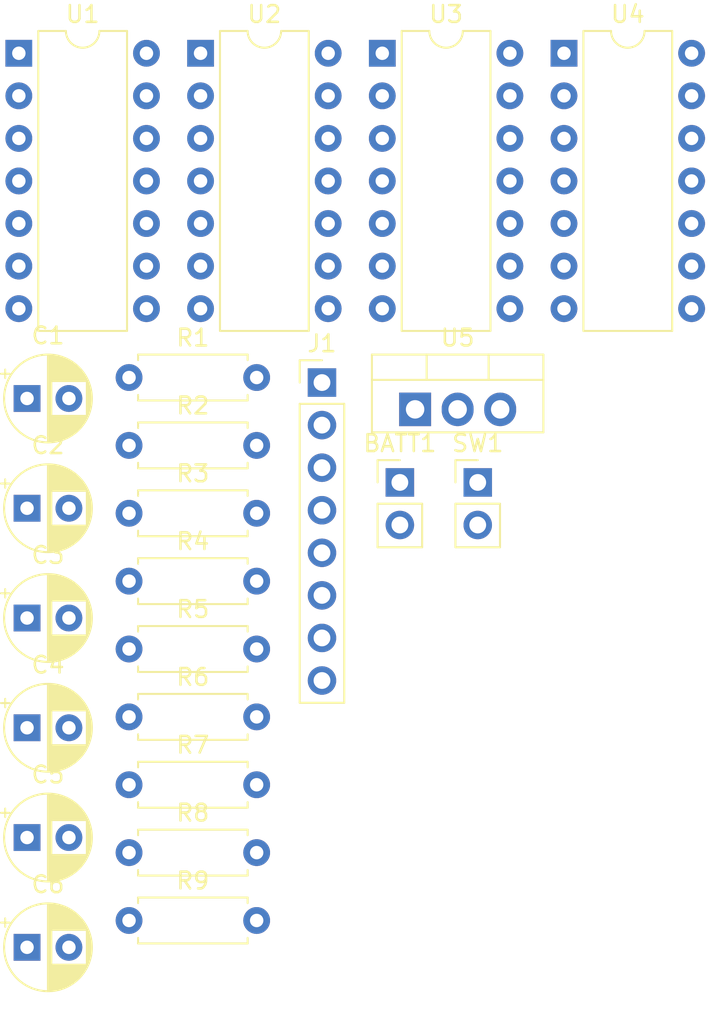
<source format=kicad_pcb>
(kicad_pcb (version 20221018) (generator pcbnew)
  (layers (0 "F.Cu" signal) (31 "B.Cu" signal) (34 "B.Paste" user) (35 "F.Paste" user) (36 "B.SilkS" user "B.Silkscreen") (37 "F.SilkS" user "F.Silkscreen") (38 "B.Mask" user) (39 "F.Mask" user) (44 "Edge.Cuts" user))
  (net 0 "")
  (net 1 "Net-(C1-Pad2)")
  (net 2 "Net-(C2-Pad1)")
  (net 3 "Net-(C2-Pad2)")
  (net 4 "VCC")
  (net 5 "GND")
  (net 6 "a")
  (net 7 "b")
  (net 8 "c")
  (net 9 "g")
  (net 10 "Unstable_Clock")
  (net 14 "Q0")
  (net 15 "Q1")
  (net 16 "Q2")
  (net 18 "Net-(U3-Pad6)")
  (net 21 "Net-(U4-Pad3)")
  (net 23 "LED1")
  (net 24 "LED2")
  (net 25 "LED3")
  (net 26 "LED4")
  (net 27 "LED5")
  (net 28 "LED6")
  (net 29 "LED7")
  (net 30 "Net-(SW1-Pin_1)")
  (net 31 "Net-(BATT1-Pin_1)")
  (footprint "Capacitor_THT:CP_Radial_D5.0mm_P2.50mm" (layer "F.Cu") (at 29.469775 76.784)
    (fp_text reference "C6" (at 1.25 -3.75) (layer "F.SilkS"))
    (fp_text value "1uF")
    (pad "1" thru_hole rect (at 0 0) (size 1.6 1.6) (drill 0.8) (layers "*.Cu" "*.Mask") (net 4 "VCC"))
    (pad "2" thru_hole circle (at 2.5 0) (size 1.6 1.6) (drill 0.8) (layers "*.Cu" "*.Mask") (net 5 "GND"))
  )
  (footprint "Capacitor_THT:CP_Radial_D5.0mm_P2.50mm" (layer "F.Cu") (at 29.469775 57.134)
    (fp_text reference "C3" (at 1.25 -3.75) (layer "F.SilkS"))
    (fp_text value "1uF")
    (pad "1" thru_hole rect (at 0 0) (size 1.6 1.6) (drill 0.8) (layers "*.Cu" "*.Mask") (net 4 "VCC"))
    (pad "2" thru_hole circle (at 2.5 0) (size 1.6 1.6) (drill 0.8) (layers "*.Cu" "*.Mask") (net 5 "GND"))
  )
  (footprint "Package_DIP:DIP-14_W7.62mm" (layer "F.Cu") (at 50.68 23.434)
    (fp_text reference "U3" (at 3.81 -2.33) (layer "F.SilkS"))
    (fp_text value "74LS08")
    (pad "1" thru_hole rect (at 0 0) (size 1.6 1.6) (drill 0.8) (layers "*.Cu" "*.Mask") (net 14 "Q0"))
    (pad "2" thru_hole oval (at 0 2.54) (size 1.6 1.6) (drill 0.8) (layers "*.Cu" "*.Mask") (net 16 "Q2"))
    (pad "3" thru_hole oval (at 0 5.08) (size 1.6 1.6) (drill 0.8) (layers "*.Cu" "*.Mask") (net 7 "b"))
    (pad "4" thru_hole oval (at 0 7.62) (size 1.6 1.6) (drill 0.8) (layers "*.Cu" "*.Mask") (net 14 "Q0"))
    (pad "5" thru_hole oval (at 0 10.16) (size 1.6 1.6) (drill 0.8) (layers "*.Cu" "*.Mask") (net 15 "Q1"))
    (pad "6" thru_hole oval (at 0 12.7) (size 1.6 1.6) (drill 0.8) (layers "*.Cu" "*.Mask") (net 18 "Net-(U3-Pad6)"))
    (pad "7" thru_hole oval (at 0 15.24) (size 1.6 1.6) (drill 0.8) (layers "*.Cu" "*.Mask") (net 5 "GND"))
    (pad "8" thru_hole oval (at 7.62 15.24) (size 1.6 1.6) (drill 0.8) (layers "*.Cu" "*.Mask"))
    (pad "9" thru_hole oval (at 7.62 12.7) (size 1.6 1.6) (drill 0.8) (layers "*.Cu" "*.Mask") (net 5 "GND"))
    (pad "10" thru_hole oval (at 7.62 10.16) (size 1.6 1.6) (drill 0.8) (layers "*.Cu" "*.Mask") (net 5 "GND"))
    (pad "11" thru_hole oval (at 7.62 7.62) (size 1.6 1.6) (drill 0.8) (layers "*.Cu" "*.Mask"))
    (pad "12" thru_hole oval (at 7.62 5.08) (size 1.6 1.6) (drill 0.8) (layers "*.Cu" "*.Mask") (net 5 "GND"))
    (pad "13" thru_hole oval (at 7.62 2.54) (size 1.6 1.6) (drill 0.8) (layers "*.Cu" "*.Mask") (net 5 "GND"))
    (pad "14" thru_hole oval (at 7.62 0) (size 1.6 1.6) (drill 0.8) (layers "*.Cu" "*.Mask") (net 4 "VCC"))
  )
  (footprint "Connector_PinHeader_2.54mm:PinHeader_1x02_P2.54mm_Vertical" (layer "F.Cu") (at 51.73 49.044)
    (fp_text reference "BATT1" (at 0 -2.33) (layer "F.SilkS"))
    (fp_text value "Conn_01x02")
    (pad "1" thru_hole rect (at 0 0) (size 1.7 1.7) (drill 1) (layers "*.Cu" "*.Mask") (net 31 "Net-(BATT1-Pin_1)"))
    (pad "2" thru_hole oval (at 0 2.54) (size 1.7 1.7) (drill 1) (layers "*.Cu" "*.Mask") (net 5 "GND"))
  )
  (footprint "Resistor_THT:R_Axial_DIN0207_L6.3mm_D2.5mm_P7.62mm_Horizontal" (layer "F.Cu") (at 35.56 67.084)
    (fp_text reference "R7" (at 3.81 -2.37) (layer "F.SilkS"))
    (fp_text value "560")
    (pad "1" thru_hole circle (at 0 0) (size 1.6 1.6) (drill 0.8) (layers "*.Cu" "*.Mask") (net 7 "b"))
    (pad "2" thru_hole oval (at 7.62 0) (size 1.6 1.6) (drill 0.8) (layers "*.Cu" "*.Mask") (net 27 "LED5"))
  )
  (footprint "Resistor_THT:R_Axial_DIN0207_L6.3mm_D2.5mm_P7.62mm_Horizontal" (layer "F.Cu") (at 35.56 54.934)
    (fp_text reference "R4" (at 3.81 -2.37) (layer "F.SilkS"))
    (fp_text value "560")
    (pad "1" thru_hole circle (at 0 0) (size 1.6 1.6) (drill 0.8) (layers "*.Cu" "*.Mask") (net 7 "b"))
    (pad "2" thru_hole oval (at 7.62 0) (size 1.6 1.6) (drill 0.8) (layers "*.Cu" "*.Mask") (net 24 "LED2"))
  )
  (footprint "Capacitor_THT:CP_Radial_D5.0mm_P2.50mm" (layer "F.Cu") (at 29.469775 44.034)
    (fp_text reference "C1" (at 1.25 -3.75) (layer "F.SilkS"))
    (fp_text value "1uF")
    (pad "1" thru_hole rect (at 0 0) (size 1.6 1.6) (drill 0.8) (layers "*.Cu" "*.Mask") (net 30 "Net-(SW1-Pin_1)"))
    (pad "2" thru_hole circle (at 2.5 0) (size 1.6 1.6) (drill 0.8) (layers "*.Cu" "*.Mask") (net 1 "Net-(C1-Pad2)"))
  )
  (footprint "Connector_PinHeader_2.54mm:PinHeader_1x02_P2.54mm_Vertical" (layer "F.Cu") (at 56.38 49.044)
    (fp_text reference "SW1" (at 0 -2.33) (layer "F.SilkS"))
    (fp_text value "Conn_01x02")
    (pad "1" thru_hole rect (at 0 0) (size 1.7 1.7) (drill 1) (layers "*.Cu" "*.Mask") (net 30 "Net-(SW1-Pin_1)"))
    (pad "2" thru_hole oval (at 0 2.54) (size 1.7 1.7) (drill 1) (layers "*.Cu" "*.Mask") (net 10 "Unstable_Clock"))
  )
  (footprint "Package_TO_SOT_THT:TO-220-3_Vertical" (layer "F.Cu") (at 52.64 44.684)
    (fp_text reference "U5" (at 2.54 -4.27) (layer "F.SilkS"))
    (fp_text value "LM7805_TO220")
    (pad "1" thru_hole rect (at 0 0) (size 1.905 2) (drill 1.1) (layers "*.Cu" "*.Mask") (net 31 "Net-(BATT1-Pin_1)"))
    (pad "2" thru_hole oval (at 2.54 0) (size 1.905 2) (drill 1.1) (layers "*.Cu" "*.Mask") (net 5 "GND"))
    (pad "3" thru_hole oval (at 5.08 0) (size 1.905 2) (drill 1.1) (layers "*.Cu" "*.Mask") (net 4 "VCC"))
  )
  (footprint "Resistor_THT:R_Axial_DIN0207_L6.3mm_D2.5mm_P7.62mm_Horizontal" (layer "F.Cu") (at 35.56 71.134)
    (fp_text reference "R8" (at 3.81 -2.37) (layer "F.SilkS"))
    (fp_text value "560")
    (pad "1" thru_hole circle (at 0 0) (size 1.6 1.6) (drill 0.8) (layers "*.Cu" "*.Mask") (net 6 "a"))
    (pad "2" thru_hole oval (at 7.62 0) (size 1.6 1.6) (drill 0.8) (layers "*.Cu" "*.Mask") (net 28 "LED6"))
  )
  (footprint "Package_DIP:DIP-14_W7.62mm" (layer "F.Cu") (at 61.53 23.434)
    (fp_text reference "U4" (at 3.81 -2.33) (layer "F.SilkS"))
    (fp_text value "74LS32")
    (pad "1" thru_hole rect (at 0 0) (size 1.6 1.6) (drill 0.8) (layers "*.Cu" "*.Mask") (net 14 "Q0"))
    (pad "2" thru_hole oval (at 0 2.54) (size 1.6 1.6) (drill 0.8) (layers "*.Cu" "*.Mask") (net 15 "Q1"))
    (pad "3" thru_hole oval (at 0 5.08) (size 1.6 1.6) (drill 0.8) (layers "*.Cu" "*.Mask") (net 21 "Net-(U4-Pad3)"))
    (pad "4" thru_hole oval (at 0 7.62) (size 1.6 1.6) (drill 0.8) (layers "*.Cu" "*.Mask") (net 5 "GND"))
    (pad "5" thru_hole oval (at 0 10.16) (size 1.6 1.6) (drill 0.8) (layers "*.Cu" "*.Mask") (net 5 "GND"))
    (pad "6" thru_hole oval (at 0 12.7) (size 1.6 1.6) (drill 0.8) (layers "*.Cu" "*.Mask"))
    (pad "7" thru_hole oval (at 0 15.24) (size 1.6 1.6) (drill 0.8) (layers "*.Cu" "*.Mask") (net 5 "GND"))
    (pad "8" thru_hole oval (at 7.62 15.24) (size 1.6 1.6) (drill 0.8) (layers "*.Cu" "*.Mask") (net 8 "c"))
    (pad "9" thru_hole oval (at 7.62 12.7) (size 1.6 1.6) (drill 0.8) (layers "*.Cu" "*.Mask") (net 21 "Net-(U4-Pad3)"))
    (pad "10" thru_hole oval (at 7.62 10.16) (size 1.6 1.6) (drill 0.8) (layers "*.Cu" "*.Mask") (net 16 "Q2"))
    (pad "11" thru_hole oval (at 7.62 7.62) (size 1.6 1.6) (drill 0.8) (layers "*.Cu" "*.Mask") (net 6 "a"))
    (pad "12" thru_hole oval (at 7.62 5.08) (size 1.6 1.6) (drill 0.8) (layers "*.Cu" "*.Mask") (net 18 "Net-(U3-Pad6)"))
    (pad "13" thru_hole oval (at 7.62 2.54) (size 1.6 1.6) (drill 0.8) (layers "*.Cu" "*.Mask") (net 16 "Q2"))
    (pad "14" thru_hole oval (at 7.62 0) (size 1.6 1.6) (drill 0.8) (layers "*.Cu" "*.Mask") (net 4 "VCC"))
  )
  (footprint "Resistor_THT:R_Axial_DIN0207_L6.3mm_D2.5mm_P7.62mm_Horizontal" (layer "F.Cu") (at 35.56 46.834)
    (fp_text reference "R2" (at 3.81 -2.37) (layer "F.SilkS"))
    (fp_text value "4k7")
    (pad "1" thru_hole circle (at 0 0) (size 1.6 1.6) (drill 0.8) (layers "*.Cu" "*.Mask") (net 4 "VCC"))
    (pad "2" thru_hole oval (at 7.62 0) (size 1.6 1.6) (drill 0.8) (layers "*.Cu" "*.Mask") (net 2 "Net-(C2-Pad1)"))
  )
  (footprint "Resistor_THT:R_Axial_DIN0207_L6.3mm_D2.5mm_P7.62mm_Horizontal" (layer "F.Cu") (at 35.56 75.184)
    (fp_text reference "R9" (at 3.81 -2.37) (layer "F.SilkS"))
    (fp_text value "560")
    (pad "1" thru_hole circle (at 0 0) (size 1.6 1.6) (drill 0.8) (layers "*.Cu" "*.Mask") (net 9 "g"))
    (pad "2" thru_hole oval (at 7.62 0) (size 1.6 1.6) (drill 0.8) (layers "*.Cu" "*.Mask") (net 29 "LED7"))
  )
  (footprint "Capacitor_THT:CP_Radial_D5.0mm_P2.50mm" (layer "F.Cu") (at 29.469775 63.684)
    (fp_text reference "C4" (at 1.25 -3.75) (layer "F.SilkS"))
    (fp_text value "1uF")
    (pad "1" thru_hole rect (at 0 0) (size 1.6 1.6) (drill 0.8) (layers "*.Cu" "*.Mask") (net 4 "VCC"))
    (pad "2" thru_hole circle (at 2.5 0) (size 1.6 1.6) (drill 0.8) (layers "*.Cu" "*.Mask") (net 5 "GND"))
  )
  (footprint "Capacitor_THT:CP_Radial_D5.0mm_P2.50mm" (layer "F.Cu") (at 29.469775 50.584)
    (fp_text reference "C2" (at 1.25 -3.75) (layer "F.SilkS"))
    (fp_text value "1uF")
    (pad "1" thru_hole rect (at 0 0) (size 1.6 1.6) (drill 0.8) (layers "*.Cu" "*.Mask") (net 2 "Net-(C2-Pad1)"))
    (pad "2" thru_hole circle (at 2.5 0) (size 1.6 1.6) (drill 0.8) (layers "*.Cu" "*.Mask") (net 3 "Net-(C2-Pad2)"))
  )
  (footprint "Connector_PinHeader_2.54mm:PinHeader_1x08_P2.54mm_Vertical" (layer "F.Cu") (at 47.08 43.084)
    (fp_text reference "J1" (at 0 -2.33) (layer "F.SilkS"))
    (fp_text value "Conn_01x08")
    (pad "1" thru_hole rect (at 0 0) (size 1.7 1.7) (drill 1) (layers "*.Cu" "*.Mask") (net 23 "LED1"))
    (pad "2" thru_hole oval (at 0 2.54) (size 1.7 1.7) (drill 1) (layers "*.Cu" "*.Mask") (net 24 "LED2"))
    (pad "3" thru_hole oval (at 0 5.08) (size 1.7 1.7) (drill 1) (layers "*.Cu" "*.Mask") (net 25 "LED3"))
    (pad "4" thru_hole oval (at 0 7.62) (size 1.7 1.7) (drill 1) (layers "*.Cu" "*.Mask") (net 26 "LED4"))
    (pad "5" thru_hole oval (at 0 10.16) (size 1.7 1.7) (drill 1) (layers "*.Cu" "*.Mask") (net 27 "LED5"))
    (pad "6" thru_hole oval (at 0 12.7) (size 1.7 1.7) (drill 1) (layers "*.Cu" "*.Mask") (net 28 "LED6"))
    (pad "7" thru_hole oval (at 0 15.24) (size 1.7 1.7) (drill 1) (layers "*.Cu" "*.Mask") (net 29 "LED7"))
    (pad "8" thru_hole oval (at 0 17.78) (size 1.7 1.7) (drill 1) (layers "*.Cu" "*.Mask") (net 5 "GND"))
  )
  (footprint "Resistor_THT:R_Axial_DIN0207_L6.3mm_D2.5mm_P7.62mm_Horizontal" (layer "F.Cu") (at 35.56 58.984)
    (fp_text reference "R5" (at 3.81 -2.37) (layer "F.SilkS"))
    (fp_text value "560")
    (pad "1" thru_hole circle (at 0 0) (size 1.6 1.6) (drill 0.8) (layers "*.Cu" "*.Mask") (net 8 "c"))
    (pad "2" thru_hole oval (at 7.62 0) (size 1.6 1.6) (drill 0.8) (layers "*.Cu" "*.Mask") (net 25 "LED3"))
  )
  (footprint "Resistor_THT:R_Axial_DIN0207_L6.3mm_D2.5mm_P7.62mm_Horizontal" (layer "F.Cu") (at 35.56 63.034)
    (fp_text reference "R6" (at 3.81 -2.37) (layer "F.SilkS"))
    (fp_text value "560")
    (pad "1" thru_hole circle (at 0 0) (size 1.6 1.6) (drill 0.8) (layers "*.Cu" "*.Mask") (net 8 "c"))
    (pad "2" thru_hole oval (at 7.62 0) (size 1.6 1.6) (drill 0.8) (layers "*.Cu" "*.Mask") (net 26 "LED4"))
  )
  (footprint "Capacitor_THT:CP_Radial_D5.0mm_P2.50mm" (layer "F.Cu") (at 29.469775 70.234)
    (fp_text reference "C5" (at 1.25 -3.75) (layer "F.SilkS"))
    (fp_text value "1uF")
    (pad "1" thru_hole rect (at 0 0) (size 1.6 1.6) (drill 0.8) (layers "*.Cu" "*.Mask") (net 4 "VCC"))
    (pad "2" thru_hole circle (at 2.5 0) (size 1.6 1.6) (drill 0.8) (layers "*.Cu" "*.Mask") (net 5 "GND"))
  )
  (footprint "Package_DIP:DIP-14_W7.62mm" (layer "F.Cu") (at 28.98 23.434)
    (fp_text reference "U1" (at 3.81 -2.33) (layer "F.SilkS"))
    (fp_text value "74LS04")
    (pad "1" thru_hole rect (at 0 0) (size 1.6 1.6) (drill 0.8) (layers "*.Cu" "*.Mask") (net 2 "Net-(C2-Pad1)"))
    (pad "2" thru_hole oval (at 0 2.54) (size 1.6 1.6) (drill 0.8) (layers "*.Cu" "*.Mask") (net 30 "Net-(SW1-Pin_1)"))
    (pad "3" thru_hole oval (at 0 5.08) (size 1.6 1.6) (drill 0.8) (layers "*.Cu" "*.Mask") (net 1 "Net-(C1-Pad2)"))
    (pad "4" thru_hole oval (at 0 7.62) (size 1.6 1.6) (drill 0.8) (layers "*.Cu" "*.Mask") (net 3 "Net-(C2-Pad2)"))
    (pad "5" thru_hole oval (at 0 10.16) (size 1.6 1.6) (drill 0.8) (layers "*.Cu" "*.Mask") (net 5 "GND"))
    (pad "6" thru_hole oval (at 0 12.7) (size 1.6 1.6) (drill 0.8) (layers "*.Cu" "*.Mask"))
    (pad "7" thru_hole oval (at 0 15.24) (size 1.6 1.6) (drill 0.8) (layers "*.Cu" "*.Mask") (net 5 "GND"))
    (pad "8" thru_hole oval (at 7.62 15.24) (size 1.6 1.6) (drill 0.8) (layers "*.Cu" "*.Mask"))
    (pad "9" thru_hole oval (at 7.62 12.7) (size 1.6 1.6) (drill 0.8) (layers "*.Cu" "*.Mask") (net 5 "GND"))
    (pad "10" thru_hole oval (at 7.62 10.16) (size 1.6 1.6) (drill 0.8) (layers "*.Cu" "*.Mask"))
    (pad "11" thru_hole oval (at 7.62 7.62) (size 1.6 1.6) (drill 0.8) (layers "*.Cu" "*.Mask") (net 5 "GND"))
    (pad "12" thru_hole oval (at 7.62 5.08) (size 1.6 1.6) (drill 0.8) (layers "*.Cu" "*.Mask") (net 9 "g"))
    (pad "13" thru_hole oval (at 7.62 2.54) (size 1.6 1.6) (drill 0.8) (layers "*.Cu" "*.Mask") (net 14 "Q0"))
    (pad "14" thru_hole oval (at 7.62 0) (size 1.6 1.6) (drill 0.8) (layers "*.Cu" "*.Mask") (net 4 "VCC"))
  )
  (footprint "Resistor_THT:R_Axial_DIN0207_L6.3mm_D2.5mm_P7.62mm_Horizontal" (layer "F.Cu") (at 35.56 50.884)
    (fp_text reference "R3" (at 3.81 -2.37) (layer "F.SilkS"))
    (fp_text value "560")
    (pad "1" thru_hole circle (at 0 0) (size 1.6 1.6) (drill 0.8) (layers "*.Cu" "*.Mask") (net 6 "a"))
    (pad "2" thru_hole oval (at 7.62 0) (size 1.6 1.6) (drill 0.8) (layers "*.Cu" "*.Mask") (net 23 "LED1"))
  )
  (footprint "Package_DIP:DIP-14_W7.62mm" (layer "F.Cu") (at 39.83 23.434)
    (fp_text reference "U2" (at 3.81 -2.33) (layer "F.SilkS"))
    (fp_text value "74LS93")
    (pad "1" thru_hole rect (at 0 0) (size 1.6 1.6) (drill 0.8) (layers "*.Cu" "*.Mask") (net 14 "Q0"))
    (pad "2" thru_hole oval (at 0 2.54) (size 1.6 1.6) (drill 0.8) (layers "*.Cu" "*.Mask") (net 15 "Q1"))
    (pad "3" thru_hole oval (at 0 5.08) (size 1.6 1.6) (drill 0.8) (layers "*.Cu" "*.Mask") (net 16 "Q2"))
    (pad "4" thru_hole oval (at 0 7.62) (size 1.6 1.6) (drill 0.8) (layers "*.Cu" "*.Mask"))
    (pad "5" thru_hole oval (at 0 10.16) (size 1.6 1.6) (drill 0.8) (layers "*.Cu" "*.Mask") (net 4 "VCC"))
    (pad "6" thru_hole oval (at 0 12.7) (size 1.6 1.6) (drill 0.8) (layers "*.Cu" "*.Mask"))
    (pad "7" thru_hole oval (at 0 15.24) (size 1.6 1.6) (drill 0.8) (layers "*.Cu" "*.Mask"))
    (pad "8" thru_hole oval (at 7.62 15.24) (size 1.6 1.6) (drill 0.8) (layers "*.Cu" "*.Mask") (net 16 "Q2"))
    (pad "9" thru_hole oval (at 7.62 12.7) (size 1.6 1.6) (drill 0.8) (layers "*.Cu" "*.Mask") (net 15 "Q1"))
    (pad "10" thru_hole oval (at 7.62 10.16) (size 1.6 1.6) (drill 0.8) (layers "*.Cu" "*.Mask") (net 5 "GND"))
    (pad "11" thru_hole oval (at 7.62 7.62) (size 1.6 1.6) (drill 0.8) (layers "*.Cu" "*.Mask"))
    (pad "12" thru_hole oval (at 7.62 5.08) (size 1.6 1.6) (drill 0.8) (layers "*.Cu" "*.Mask") (net 14 "Q0"))
    (pad "13" thru_hole oval (at 7.62 2.54) (size 1.6 1.6) (drill 0.8) (layers "*.Cu" "*.Mask"))
    (pad "14" thru_hole oval (at 7.62 0) (size 1.6 1.6) (drill 0.8) (layers "*.Cu" "*.Mask") (net 10 "Unstable_Clock"))
  )
  (footprint "Resistor_THT:R_Axial_DIN0207_L6.3mm_D2.5mm_P7.62mm_Horizontal" (layer "F.Cu") (at 35.56 42.784)
    (fp_text reference "R1" (at 3.81 -2.37) (layer "F.SilkS"))
    (fp_text value "4k7")
    (pad "1" thru_hole circle (at 0 0) (size 1.6 1.6) (drill 0.8) (layers "*.Cu" "*.Mask") (net 4 "VCC"))
    (pad "2" thru_hole oval (at 7.62 0) (size 1.6 1.6) (drill 0.8) (layers "*.Cu" "*.Mask") (net 1 "Net-(C1-Pad2)"))
  )
)
</source>
